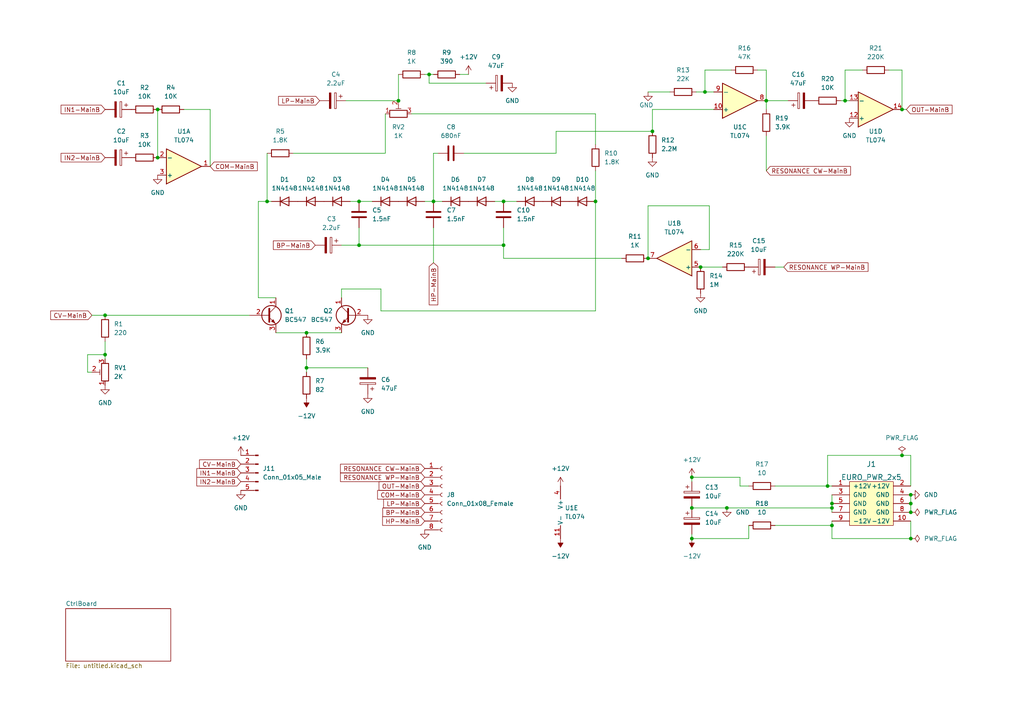
<source format=kicad_sch>
(kicad_sch (version 20211123) (generator eeschema)
  (paper "A4")
  (lib_symbols
    (symbol "Amplifier_Operational:TL074" (pin_names (offset 0.127))
      (property "Reference" "U" (at 0 5.08 0))
      (property "Value" "TL074" (at 0 -5.08 0))
      (symbol "TL074_1_1"
        (polyline (pts (xy -5.08 5.08) (xy 5.08 0) (xy -5.08 -5.08) (xy -5.08 5.08)) (stroke (width 0.254)) (fill (type background)))
        (pin output line (at 7.62 0 180) (length 2.54) (name "~") (number "1"))
        (pin input line (at -7.62 -2.54 0) (length 2.54) (name "-") (number "2"))
        (pin input line (at -7.62 2.54 0) (length 2.54) (name "+") (number "3"))
      )
      (symbol "TL074_2_1"
        (polyline (pts (xy -5.08 5.08) (xy 5.08 0) (xy -5.08 -5.08) (xy -5.08 5.08)) (stroke (width 0.254)) (fill (type background)))
        (pin input line (at -7.62 2.54 0) (length 2.54) (name "+") (number "5"))
        (pin input line (at -7.62 -2.54 0) (length 2.54) (name "-") (number "6"))
        (pin output line (at 7.62 0 180) (length 2.54) (name "~") (number "7"))
      )
      (symbol "TL074_3_1"
        (polyline (pts (xy -5.08 5.08) (xy 5.08 0) (xy -5.08 -5.08) (xy -5.08 5.08)) (stroke (width 0.254)) (fill (type background)))
        (pin input line (at -7.62 2.54 0) (length 2.54) (name "+") (number "10"))
        (pin output line (at 7.62 0 180) (length 2.54) (name "~") (number "8"))
        (pin input line (at -7.62 -2.54 0) (length 2.54) (name "-") (number "9"))
      )
      (symbol "TL074_4_1"
        (polyline (pts (xy -5.08 5.08) (xy 5.08 0) (xy -5.08 -5.08) (xy -5.08 5.08)) (stroke (width 0.254)) (fill (type background)))
        (pin input line (at -7.62 2.54 0) (length 2.54) (name "+") (number "12"))
        (pin input line (at -7.62 -2.54 0) (length 2.54) (name "-") (number "13"))
        (pin output line (at 7.62 0 180) (length 2.54) (name "~") (number "14"))
      )
      (symbol "TL074_5_1"
        (pin power_in line (at -2.54 -7.62 90) (length 3.81) (name "V-") (number "11"))
        (pin power_in line (at -2.54 7.62 270) (length 3.81) (name "V+") (number "4"))
      )
    )
    (symbol "Connector:Conn_01x05_Male" (pin_names (offset 1.016) hide)
      (property "Reference" "J" (at 0 7.62 0))
      (property "Value" "Conn_01x05_Male" (at 0 -7.62 0))
      (symbol "Conn_01x05_Male_1_1"
        (polyline (pts (xy 1.27 -5.08) (xy 0.8636 -5.08)) (stroke (width 0.1524)))
        (polyline (pts (xy 1.27 -2.54) (xy 0.8636 -2.54)) (stroke (width 0.1524)))
        (polyline (pts (xy 1.27 0) (xy 0.8636 0)) (stroke (width 0.1524)))
        (polyline (pts (xy 1.27 2.54) (xy 0.8636 2.54)) (stroke (width 0.1524)))
        (polyline (pts (xy 1.27 5.08) (xy 0.8636 5.08)) (stroke (width 0.1524)))
        (rectangle (start 0.8636 -4.953) (end 0 -5.207) (stroke (width 0.1524)) (fill (type outline)))
        (rectangle (start 0.8636 -2.413) (end 0 -2.667) (stroke (width 0.1524)) (fill (type outline)))
        (rectangle (start 0.8636 0.127) (end 0 -0.127) (stroke (width 0.1524)) (fill (type outline)))
        (rectangle (start 0.8636 2.667) (end 0 2.413) (stroke (width 0.1524)) (fill (type outline)))
        (rectangle (start 0.8636 5.207) (end 0 4.953) (stroke (width 0.1524)) (fill (type outline)))
        (pin passive line (at 5.08 5.08 180) (length 3.81) (name "Pin_1") (number "1"))
        (pin passive line (at 5.08 2.54 180) (length 3.81) (name "Pin_2") (number "2"))
        (pin passive line (at 5.08 0 180) (length 3.81) (name "Pin_3") (number "3"))
        (pin passive line (at 5.08 -2.54 180) (length 3.81) (name "Pin_4") (number "4"))
        (pin passive line (at 5.08 -5.08 180) (length 3.81) (name "Pin_5") (number "5"))
      )
    )
    (symbol "Connector:Conn_01x08_Female" (pin_names (offset 1.016) hide)
      (property "Reference" "J" (at 0 10.16 0))
      (property "Value" "Conn_01x08_Female" (at 0 -12.7 0))
      (symbol "Conn_01x08_Female_1_1"
        (arc (start 0 -9.652) (mid -0.508 -10.16) (end 0 -10.668) (stroke (width 0.1524)))
        (arc (start 0 -7.112) (mid -0.508 -7.62) (end 0 -8.128) (stroke (width 0.1524)))
        (arc (start 0 -4.572) (mid -0.508 -5.08) (end 0 -5.588) (stroke (width 0.1524)))
        (arc (start 0 -2.032) (mid -0.508 -2.54) (end 0 -3.048) (stroke (width 0.1524)))
        (polyline (pts (xy -1.27 -10.16) (xy -0.508 -10.16)) (stroke (width 0.1524)))
        (polyline (pts (xy -1.27 -7.62) (xy -0.508 -7.62)) (stroke (width 0.1524)))
        (polyline (pts (xy -1.27 -5.08) (xy -0.508 -5.08)) (stroke (width 0.1524)))
        (polyline (pts (xy -1.27 -2.54) (xy -0.508 -2.54)) (stroke (width 0.1524)))
        (polyline (pts (xy -1.27 0) (xy -0.508 0)) (stroke (width 0.1524)))
        (polyline (pts (xy -1.27 2.54) (xy -0.508 2.54)) (stroke (width 0.1524)))
        (polyline (pts (xy -1.27 5.08) (xy -0.508 5.08)) (stroke (width 0.1524)))
        (polyline (pts (xy -1.27 7.62) (xy -0.508 7.62)) (stroke (width 0.1524)))
        (arc (start 0 0.508) (mid -0.508 0) (end 0 -0.508) (stroke (width 0.1524)))
        (arc (start 0 3.048) (mid -0.508 2.54) (end 0 2.032) (stroke (width 0.1524)))
        (arc (start 0 5.588) (mid -0.508 5.08) (end 0 4.572) (stroke (width 0.1524)))
        (arc (start 0 8.128) (mid -0.508 7.62) (end 0 7.112) (stroke (width 0.1524)))
        (pin passive line (at -5.08 7.62 0) (length 3.81) (name "Pin_1") (number "1"))
        (pin passive line (at -5.08 5.08 0) (length 3.81) (name "Pin_2") (number "2"))
        (pin passive line (at -5.08 2.54 0) (length 3.81) (name "Pin_3") (number "3"))
        (pin passive line (at -5.08 0 0) (length 3.81) (name "Pin_4") (number "4"))
        (pin passive line (at -5.08 -2.54 0) (length 3.81) (name "Pin_5") (number "5"))
        (pin passive line (at -5.08 -5.08 0) (length 3.81) (name "Pin_6") (number "6"))
        (pin passive line (at -5.08 -7.62 0) (length 3.81) (name "Pin_7") (number "7"))
        (pin passive line (at -5.08 -10.16 0) (length 3.81) (name "Pin_8") (number "8"))
      )
    )
    (symbol "Device:C" (pin_numbers hide) (pin_names (offset 0.254))
      (property "Reference" "C" (at 0.635 2.54 0))
      (property "Value" "C" (at 0.635 -2.54 0))
      (symbol "C_0_1"
        (polyline (pts (xy -2.032 -0.762) (xy 2.032 -0.762)) (stroke (width 0.508)))
        (polyline (pts (xy -2.032 0.762) (xy 2.032 0.762)) (stroke (width 0.508)))
      )
      (symbol "C_1_1"
        (pin passive line (at 0 3.81 270) (length 2.794) (name "~") (number "1"))
        (pin passive line (at 0 -3.81 90) (length 2.794) (name "~") (number "2"))
      )
    )
    (symbol "Device:C_Polarized" (pin_numbers hide) (pin_names (offset 0.254))
      (property "Reference" "C" (at 0.635 2.54 0))
      (property "Value" "C_Polarized" (at 0.635 -2.54 0))
      (symbol "C_Polarized_0_1"
        (rectangle (start -2.286 0.508) (end 2.286 1.016))
        (polyline (pts (xy -1.778 2.286) (xy -0.762 2.286)))
        (polyline (pts (xy -1.27 2.794) (xy -1.27 1.778)))
        (rectangle (start 2.286 -0.508) (end -2.286 -1.016) (fill (type outline)))
      )
      (symbol "C_Polarized_1_1"
        (pin passive line (at 0 3.81 270) (length 2.794) (name "~") (number "1"))
        (pin passive line (at 0 -3.81 90) (length 2.794) (name "~") (number "2"))
      )
    )
    (symbol "Device:R" (pin_numbers hide) (pin_names (offset 0))
      (property "Reference" "R" (at 2.032 0 90))
      (property "Value" "R" (at 0 0 90))
      (symbol "R_0_1"
        (rectangle (start -1.016 -2.54) (end 1.016 2.54) (stroke (width 0.254)))
      )
      (symbol "R_1_1"
        (pin passive line (at 0 3.81 270) (length 1.27) (name "~") (number "1"))
        (pin passive line (at 0 -3.81 90) (length 1.27) (name "~") (number "2"))
      )
    )
    (symbol "Device:R_Potentiometer_Trim" (pin_names (offset 1.016) hide)
      (property "Reference" "RV" (at -4.445 0 90))
      (property "Value" "R_Potentiometer_Trim" (at -2.54 0 90))
      (symbol "R_Potentiometer_Trim_0_1"
        (polyline (pts (xy 1.524 0.762) (xy 1.524 -0.762)))
        (polyline (pts (xy 2.54 0) (xy 1.524 0)))
        (rectangle (start 1.016 2.54) (end -1.016 -2.54) (stroke (width 0.254)))
      )
      (symbol "R_Potentiometer_Trim_1_1"
        (pin passive line (at 0 3.81 270) (length 1.27) (name "1") (number "1"))
        (pin passive line (at 3.81 0 180) (length 1.27) (name "2") (number "2"))
        (pin passive line (at 0 -3.81 90) (length 1.27) (name "3") (number "3"))
      )
    )
    (symbol "Diode:1N4148" (pin_numbers hide) (pin_names hide)
      (property "Reference" "D" (at 0 2.54 0))
      (property "Value" "1N4148" (at 0 -2.54 0))
      (symbol "1N4148_0_1"
        (polyline (pts (xy -1.27 1.27) (xy -1.27 -1.27)) (stroke (width 0.254)))
        (polyline (pts (xy 1.27 0) (xy -1.27 0)))
        (polyline (pts (xy 1.27 1.27) (xy 1.27 -1.27) (xy -1.27 0) (xy 1.27 1.27)) (stroke (width 0.254)))
      )
      (symbol "1N4148_1_1"
        (pin passive line (at -3.81 0 0) (length 2.54) (name "K") (number "1"))
        (pin passive line (at 3.81 0 180) (length 2.54) (name "A") (number "2"))
      )
    )
    (symbol "Transistor_BJT:BC547" (pin_names (offset 0) hide)
      (property "Reference" "Q" (at 5.08 1.905 0))
      (property "Value" "BC547" (at 5.08 0 0))
      (symbol "BC547_0_1"
        (polyline (pts (xy 0 0) (xy 0.635 0)))
        (polyline (pts (xy 0.635 0.635) (xy 2.54 2.54)))
        (polyline (pts (xy 0.635 -0.635) (xy 2.54 -2.54) (xy 2.54 -2.54)))
        (polyline (pts (xy 0.635 1.905) (xy 0.635 -1.905) (xy 0.635 -1.905)) (stroke (width 0.508)))
        (polyline (pts (xy 1.27 -1.778) (xy 1.778 -1.27) (xy 2.286 -2.286) (xy 1.27 -1.778) (xy 1.27 -1.778)) (fill (type outline)))
        (circle (center 1.27 0) (radius 2.8194) (stroke (width 0.254)))
      )
      (symbol "BC547_1_1"
        (pin passive line (at 2.54 5.08 270) (length 2.54) (name "C") (number "1"))
        (pin input line (at -5.08 0 0) (length 5.08) (name "B") (number "2"))
        (pin passive line (at 2.54 -5.08 90) (length 2.54) (name "E") (number "3"))
      )
    )
    (symbol "eurorack:EURO_PWR_2x5" (pin_names (offset 1.016))
      (property "Reference" "J" (at 0 -7.62 0))
      (property "Value" "EURO_PWR_2x5" (at 0 7.62 0))
      (symbol "EURO_PWR_2x5_0_1"
        (rectangle (start -6.35 6.35) (end 6.35 -6.35) (fill (type background)))
      )
      (symbol "EURO_PWR_2x5_1_1"
        (pin power_in line (at -11.43 5.08 0) (length 5.08) (name "+12V") (number "1"))
        (pin power_in line (at 11.43 -5.08 180) (length 5.08) (name "-12V") (number "10"))
        (pin power_in line (at 11.43 5.08 180) (length 5.08) (name "+12V") (number "2"))
        (pin power_in line (at -11.43 2.54 0) (length 5.08) (name "GND") (number "3"))
        (pin power_in line (at 11.43 2.54 180) (length 5.08) (name "GND") (number "4"))
        (pin power_in line (at -11.43 0 0) (length 5.08) (name "GND") (number "5"))
        (pin power_in line (at 11.43 0 180) (length 5.08) (name "GND") (number "6"))
        (pin power_in line (at -11.43 -2.54 0) (length 5.08) (name "GND") (number "7"))
        (pin power_in line (at 11.43 -2.54 180) (length 5.08) (name "GND") (number "8"))
        (pin power_in line (at -11.43 -5.08 0) (length 5.08) (name "-12V") (number "9"))
      )
    )
    (symbol "power:+12V" (power) (pin_names (offset 0))
      (property "Value" "+12V" (at 0 3.556 0))
      (symbol "+12V_0_1"
        (polyline (pts (xy -0.762 1.27) (xy 0 2.54)))
        (polyline (pts (xy 0 0) (xy 0 2.54)))
        (polyline (pts (xy 0 2.54) (xy 0.762 1.27)))
      )
      (symbol "+12V_1_1"
        (pin power_in line (at 0 0 90) (length 0) hide (name "+12V") (number "1"))
      )
    )
    (symbol "power:-12V" (power) (pin_names (offset 0))
      (property "Value" "-12V" (at 0 3.81 0))
      (symbol "-12V_0_0"
        (pin power_in line (at 0 0 90) (length 0) hide (name "-12V") (number "1"))
      )
      (symbol "-12V_0_1"
        (polyline (pts (xy 0 0) (xy 0 1.27) (xy 0.762 1.27) (xy 0 2.54) (xy -0.762 1.27) (xy 0 1.27)) (fill (type outline)))
      )
    )
    (symbol "power:GND" (power) (pin_names (offset 0))
      (property "Value" "GND" (at 0 -3.81 0))
      (symbol "GND_0_1"
        (polyline (pts (xy 0 0) (xy 0 -1.27) (xy 1.27 -1.27) (xy 0 -2.54) (xy -1.27 -1.27) (xy 0 -1.27)))
      )
      (symbol "GND_1_1"
        (pin power_in line (at 0 0 270) (length 0) hide (name "GND") (number "1"))
      )
    )
    (symbol "power:PWR_FLAG" (power) (pin_numbers hide) (pin_names (offset 0) hide)
      (property "Value" "PWR_FLAG" (at 0 3.81 0))
      (symbol "PWR_FLAG_0_0"
        (pin power_out line (at 0 0 90) (length 0) (name "pwr") (number "1"))
      )
      (symbol "PWR_FLAG_0_1"
        (polyline (pts (xy 0 0) (xy 0 1.27) (xy -1.016 1.905) (xy 0 2.54) (xy 1.016 1.905) (xy 0 1.27)))
      )
    )
  )
  (junction (at 261.62 132.08))
  (junction (at 77.47 58.42))
  (junction (at 104.14 71.12))
  (junction (at 200.66 147.32))
  (junction (at 241.3 146.05))
  (junction (at 88.9 106.68))
  (junction (at 104.14 58.42))
  (junction (at 125.73 58.42))
  (junction (at 146.05 71.12))
  (junction (at 200.66 138.43))
  (junction (at 241.3 152.4))
  (junction (at 189.23 38.1))
  (junction (at 45.72 45.72))
  (junction (at 124.46 21.59))
  (junction (at 172.72 58.42))
  (junction (at 88.9 96.52))
  (junction (at 204.47 26.67))
  (junction (at 45.72 31.75))
  (junction (at 203.2 77.47))
  (junction (at 200.66 156.21))
  (junction (at 222.25 29.21))
  (junction (at 210.82 147.32))
  (junction (at 115.57 29.21))
  (junction (at 30.48 91.44))
  (junction (at 264.16 146.05))
  (junction (at 146.05 58.42))
  (junction (at 264.16 143.51))
  (junction (at 264.16 148.59))
  (junction (at 261.62 31.75))
  (junction (at 264.16 156.21))
  (junction (at 240.03 140.97))
  (junction (at 241.3 147.32))
  (junction (at 245.11 29.21))
  (junction (at 30.48 102.87))
  (junction (at 187.96 74.93))
  (wire (pts (xy 200.66 156.21) (xy 217.17 156.21)))
  (wire (pts (xy 240.03 132.08) (xy 261.62 132.08)))
  (wire (pts (xy 201.93 26.67) (xy 204.47 26.67)))
  (wire (pts (xy 204.47 20.32) (xy 204.47 26.67)))
  (wire (pts (xy 257.81 20.32) (xy 261.62 20.32)))
  (wire (pts (xy 124.46 21.59) (xy 124.46 24.13)))
  (wire (pts (xy 214.63 140.97) (xy 214.63 138.43)))
  (wire (pts (xy 241.3 151.13) (xy 241.3 152.4)))
  (wire (pts (xy 261.62 20.32) (xy 261.62 31.75)))
  (wire (pts (xy 187.96 26.67) (xy 194.31 26.67)))
  (wire (pts (xy 26.67 107.95) (xy 25.4 107.95)))
  (wire (pts (xy 245.11 29.21) (xy 246.38 29.21)))
  (wire (pts (xy 30.48 99.06) (xy 30.48 102.87)))
  (wire (pts (xy 133.35 21.59) (xy 135.89 21.59)))
  (wire (pts (xy 217.17 156.21) (xy 217.17 152.4)))
  (wire (pts (xy 172.72 33.02) (xy 119.38 33.02)))
  (wire (pts (xy 243.84 29.21) (xy 245.11 29.21)))
  (wire (pts (xy 212.09 20.32) (xy 204.47 20.32)))
  (wire (pts (xy 219.71 20.32) (xy 222.25 20.32)))
  (wire (pts (xy 172.72 49.53) (xy 172.72 58.42)))
  (wire (pts (xy 111.76 44.45) (xy 111.76 33.02)))
  (wire (pts (xy 143.51 58.42) (xy 146.05 58.42)))
  (wire (pts (xy 80.01 96.52) (xy 88.9 96.52)))
  (wire (pts (xy 240.03 132.08) (xy 240.03 140.97)))
  (wire (pts (xy 222.25 29.21) (xy 222.25 31.75)))
  (wire (pts (xy 172.72 90.17) (xy 110.49 90.17)))
  (wire (pts (xy 222.25 29.21) (xy 228.6 29.21)))
  (wire (pts (xy 146.05 74.93) (xy 146.05 71.12)))
  (wire (pts (xy 172.72 41.91) (xy 172.72 33.02)))
  (wire (pts (xy 241.3 146.05) (xy 241.3 147.32)))
  (wire (pts (xy 205.74 72.39) (xy 205.74 59.69)))
  (wire (pts (xy 203.2 77.47) (xy 209.55 77.47)))
  (wire (pts (xy 123.19 58.42) (xy 125.73 58.42)))
  (wire (pts (xy 30.48 91.44) (xy 72.39 91.44)))
  (wire (pts (xy 80.01 86.36) (xy 74.93 86.36)))
  (wire (pts (xy 161.29 44.45) (xy 161.29 38.1)))
  (wire (pts (xy 125.73 76.2) (xy 125.73 66.04)))
  (wire (pts (xy 124.46 21.59) (xy 125.73 21.59)))
  (wire (pts (xy 241.3 140.97) (xy 240.03 140.97)))
  (wire (pts (xy 204.47 26.67) (xy 207.01 26.67)))
  (wire (pts (xy 200.66 138.43) (xy 200.66 139.7)))
  (wire (pts (xy 60.96 31.75) (xy 60.96 48.26)))
  (wire (pts (xy 222.25 39.37) (xy 222.25 49.53)))
  (wire (pts (xy 99.06 83.82) (xy 99.06 86.36)))
  (wire (pts (xy 104.14 58.42) (xy 107.95 58.42)))
  (wire (pts (xy 127 44.45) (xy 125.73 44.45)))
  (wire (pts (xy 214.63 138.43) (xy 200.66 138.43)))
  (wire (pts (xy 250.19 20.32) (xy 245.11 20.32)))
  (wire (pts (xy 146.05 71.12) (xy 104.14 71.12)))
  (wire (pts (xy 77.47 58.42) (xy 78.74 58.42)))
  (wire (pts (xy 264.16 146.05) (xy 264.16 148.59)))
  (wire (pts (xy 210.82 147.32) (xy 241.3 147.32)))
  (wire (pts (xy 45.72 31.75) (xy 45.72 45.72)))
  (wire (pts (xy 123.19 21.59) (xy 124.46 21.59)))
  (wire (pts (xy 264.16 143.51) (xy 264.16 146.05)))
  (wire (pts (xy 88.9 104.14) (xy 88.9 106.68)))
  (wire (pts (xy 88.9 96.52) (xy 99.06 96.52)))
  (wire (pts (xy 222.25 20.32) (xy 222.25 29.21)))
  (wire (pts (xy 180.34 74.93) (xy 146.05 74.93)))
  (wire (pts (xy 241.3 152.4) (xy 241.3 156.21)))
  (wire (pts (xy 74.93 86.36) (xy 74.93 58.42)))
  (wire (pts (xy 125.73 58.42) (xy 128.27 58.42)))
  (wire (pts (xy 26.67 91.44) (xy 30.48 91.44)))
  (wire (pts (xy 189.23 31.75) (xy 189.23 38.1)))
  (wire (pts (xy 104.14 66.04) (xy 104.14 71.12)))
  (wire (pts (xy 264.16 156.21) (xy 264.16 151.13)))
  (wire (pts (xy 88.9 106.68) (xy 106.68 106.68)))
  (wire (pts (xy 104.14 71.12) (xy 99.06 71.12)))
  (wire (pts (xy 245.11 20.32) (xy 245.11 29.21)))
  (wire (pts (xy 101.6 58.42) (xy 104.14 58.42)))
  (wire (pts (xy 110.49 83.82) (xy 99.06 83.82)))
  (wire (pts (xy 85.09 44.45) (xy 111.76 44.45)))
  (wire (pts (xy 224.79 140.97) (xy 240.03 140.97)))
  (wire (pts (xy 200.66 154.94) (xy 200.66 156.21)))
  (wire (pts (xy 203.2 72.39) (xy 205.74 72.39)))
  (wire (pts (xy 25.4 107.95) (xy 25.4 102.87)))
  (wire (pts (xy 146.05 66.04) (xy 146.05 71.12)))
  (wire (pts (xy 224.79 77.47) (xy 227.33 77.47)))
  (wire (pts (xy 205.74 59.69) (xy 187.96 59.69)))
  (wire (pts (xy 140.97 24.13) (xy 124.46 24.13)))
  (wire (pts (xy 110.49 90.17) (xy 110.49 83.82)))
  (wire (pts (xy 261.62 31.75) (xy 262.89 31.75)))
  (wire (pts (xy 261.62 132.08) (xy 264.16 132.08)))
  (wire (pts (xy 30.48 102.87) (xy 30.48 104.14)))
  (wire (pts (xy 200.66 147.32) (xy 210.82 147.32)))
  (wire (pts (xy 146.05 58.42) (xy 149.86 58.42)))
  (wire (pts (xy 25.4 102.87) (xy 30.48 102.87)))
  (wire (pts (xy 115.57 21.59) (xy 115.57 29.21)))
  (wire (pts (xy 207.01 31.75) (xy 189.23 31.75)))
  (wire (pts (xy 53.34 31.75) (xy 60.96 31.75)))
  (wire (pts (xy 100.33 29.21) (xy 115.57 29.21)))
  (wire (pts (xy 134.62 44.45) (xy 161.29 44.45)))
  (wire (pts (xy 217.17 140.97) (xy 214.63 140.97)))
  (wire (pts (xy 74.93 58.42) (xy 77.47 58.42)))
  (wire (pts (xy 88.9 106.68) (xy 88.9 107.95)))
  (wire (pts (xy 172.72 58.42) (xy 172.72 90.17)))
  (wire (pts (xy 161.29 38.1) (xy 189.23 38.1)))
  (wire (pts (xy 241.3 156.21) (xy 264.16 156.21)))
  (wire (pts (xy 241.3 147.32) (xy 241.3 148.59)))
  (wire (pts (xy 224.79 152.4) (xy 241.3 152.4)))
  (wire (pts (xy 241.3 143.51) (xy 241.3 146.05)))
  (wire (pts (xy 125.73 44.45) (xy 125.73 58.42)))
  (wire (pts (xy 264.16 132.08) (xy 264.16 140.97)))
  (wire (pts (xy 77.47 44.45) (xy 77.47 58.42)))
  (wire (pts (xy 187.96 59.69) (xy 187.96 74.93)))
  (global_label "RESONANCE WP-MainB" (shape input) (at 227.33 77.47 0) (property "Références Inter-Feuilles" "${INTERSHEET_REFS}" (effects hide)))
  (global_label "CV-MainB" (shape input) (at 69.85 134.62 180) (property "Références Inter-Feuilles" "${INTERSHEET_REFS}" (effects hide)))
  (global_label "LP-MainB" (shape input) (at 123.19 146.05 180) (property "Références Inter-Feuilles" "${INTERSHEET_REFS}" (effects hide)))
  (global_label "RESONANCE WP-MainB" (shape input) (at 123.19 138.43 180) (property "Références Inter-Feuilles" "${INTERSHEET_REFS}" (effects hide)))
  (global_label "RESONANCE CW-MainB" (shape input) (at 123.19 135.89 180) (property "Références Inter-Feuilles" "${INTERSHEET_REFS}" (effects hide)))
  (global_label "COM-MainB" (shape input) (at 60.96 48.26 0) (property "Références Inter-Feuilles" "${INTERSHEET_REFS}" (effects hide)))
  (global_label "IN2-MainB" (shape input) (at 69.85 139.7 180) (property "Références Inter-Feuilles" "${INTERSHEET_REFS}" (effects hide)))
  (global_label "OUT-MainB" (shape input) (at 262.89 31.75 0) (property "Références Inter-Feuilles" "${INTERSHEET_REFS}" (effects hide)))
  (global_label "COM-MainB" (shape input) (at 123.19 143.51 180) (property "Références Inter-Feuilles" "${INTERSHEET_REFS}" (effects hide)))
  (global_label "BP-MainB" (shape input) (at 123.19 148.59 180) (property "Références Inter-Feuilles" "${INTERSHEET_REFS}" (effects hide)))
  (global_label "OUT-MainB" (shape input) (at 123.19 140.97 180) (property "Références Inter-Feuilles" "${INTERSHEET_REFS}" (effects hide)))
  (global_label "BP-MainB" (shape input) (at 91.44 71.12 180) (property "Références Inter-Feuilles" "${INTERSHEET_REFS}" (effects hide)))
  (global_label "LP-MainB" (shape input) (at 92.71 29.21 180) (property "Références Inter-Feuilles" "${INTERSHEET_REFS}" (effects hide)))
  (global_label "HP-MainB" (shape input) (at 123.19 151.13 180) (property "Références Inter-Feuilles" "${INTERSHEET_REFS}" (effects hide)))
  (global_label "IN1-MainB" (shape input) (at 30.48 31.75 180) (property "Références Inter-Feuilles" "${INTERSHEET_REFS}" (effects hide)))
  (global_label "HP-MainB" (shape input) (at 125.73 76.2 270) (property "Références Inter-Feuilles" "${INTERSHEET_REFS}" (effects hide)))
  (global_label "RESONANCE CW-MainB" (shape input) (at 222.25 49.53 0) (property "Références Inter-Feuilles" "${INTERSHEET_REFS}" (effects hide)))
  (global_label "IN1-MainB" (shape input) (at 69.85 137.16 180) (property "Références Inter-Feuilles" "${INTERSHEET_REFS}" (effects hide)))
  (global_label "IN2-MainB" (shape input) (at 30.48 45.72 180) (property "Références Inter-Feuilles" "${INTERSHEET_REFS}" (effects hide)))
  (global_label "CV-MainB" (shape input) (at 26.67 91.44 180) (property "Références Inter-Feuilles" "${INTERSHEET_REFS}" (effects hide)))
  (symbol (lib_id "power:GND") (at 123.19 153.67 0) (unit 1)
    (property "Reference" "#PWR033" (effects hide))
    (property "Value" "GND" (at 123.19 158.75 0))
  )
  (symbol (lib_id "power:+12V") (at 135.89 21.59 0) (unit 1)
    (property "Reference" "#PWR06" (effects hide))
    (property "Value" "+12V" (at 135.89 16.51 0))
  )
  (symbol (lib_id "Device:R") (at 172.72 45.72 180) (unit 1)
    (property "Reference" "R10" (at 175.26 44.4499 0) (effects (justify right)))
    (property "Value" "1.8K" (at 175.26 46.9899 0) (effects (justify right)))
    (property "Footprint" "Resistor_THT:R_Axial_DIN0207_L6.3mm_D2.5mm_P5.08mm_Vertical" (effects hide))
  )
  (symbol (lib_id "Device:R") (at 220.98 140.97 90) (unit 1)
    (property "Reference" "R17" (at 220.98 134.62 90))
    (property "Value" "10" (at 220.98 137.16 90))
    (property "Footprint" "Resistor_THT:R_Axial_DIN0207_L6.3mm_D2.5mm_P5.08mm_Vertical" (effects hide))
  )
  (symbol (lib_id "Diode:1N4148") (at 153.67 58.42 0) (unit 1)
    (property "Reference" "D8" (at 153.67 52.07 0))
    (property "Value" "1N4148" (at 153.67 54.61 0))
    (property "Footprint" "Diode_THT:D_DO-35_SOD27_P7.62mm_Horizontal" (effects hide))
    (property "Datasheet" "https://assets.nexperia.com/documents/data-sheet/1N4148_1N4448.pdf" (effects hide))
  )
  (symbol (lib_id "Device:R") (at 198.12 26.67 90) (unit 1)
    (property "Reference" "R13" (at 198.12 20.32 90))
    (property "Value" "22K" (at 198.12 22.86 90))
    (property "Footprint" "Resistor_THT:R_Axial_DIN0207_L6.3mm_D2.5mm_P5.08mm_Vertical" (effects hide))
  )
  (symbol (lib_id "power:GND") (at 106.68 114.3 0) (unit 1)
    (property "Reference" "#PWR05" (effects hide))
    (property "Value" "GND" (at 106.68 119.38 0))
  )
  (symbol (lib_id "Diode:1N4148") (at 168.91 58.42 0) (unit 1)
    (property "Reference" "D10" (at 168.91 52.07 0))
    (property "Value" "1N4148" (at 168.91 54.61 0))
    (property "Footprint" "Diode_THT:D_DO-35_SOD27_P7.62mm_Horizontal" (effects hide))
    (property "Datasheet" "https://assets.nexperia.com/documents/data-sheet/1N4148_1N4448.pdf" (effects hide))
  )
  (symbol (lib_id "Connector:Conn_01x08_Female") (at 128.27 143.51 0) (unit 1)
    (property "Reference" "J8" (at 129.54 143.5099 0) (effects (justify left)))
    (property "Value" "Conn_01x08_Female" (at 129.54 146.0499 0) (effects (justify left)))
    (property "Footprint" "Connector_PinHeader_2.54mm:PinHeader_1x08_P2.54mm_Vertical" (effects hide))
  )
  (symbol (lib_id "Device:C_Polarized") (at 96.52 29.21 270) (unit 1)
    (property "Reference" "C4" (at 97.409 21.59 90))
    (property "Value" "2.2uF" (at 97.409 24.13 90))
    (property "Footprint" "Capacitor_THT:CP_Radial_D5.0mm_P2.00mm" (effects hide))
  )
  (symbol (lib_id "power:GND") (at 246.38 34.29 0) (unit 1)
    (property "Reference" "#PWR018" (effects hide))
    (property "Value" "GND" (at 246.38 39.37 0))
  )
  (symbol (lib_id "power:PWR_FLAG") (at 261.62 132.08 0) (unit 1)
    (property "Reference" "#FLG01" (effects hide))
    (property "Value" "PWR_FLAG" (at 261.62 127 0))
  )
  (symbol (lib_id "power:+12V") (at 200.66 138.43 0) (unit 1)
    (property "Reference" "#PWR014" (effects hide))
    (property "Value" "+12V" (at 200.66 133.35 0))
  )
  (symbol (lib_id "power:+12V") (at 162.56 140.97 0) (unit 1)
    (property "Reference" "#PWR08" (effects hide))
    (property "Value" "+12V" (at 162.56 135.89 0))
  )
  (symbol (lib_id "Device:R_Potentiometer_Trim") (at 30.48 107.95 180) (unit 1)
    (property "Reference" "RV1" (at 33.02 106.6799 0) (effects (justify right)))
    (property "Value" "2K" (at 33.02 109.2199 0) (effects (justify right)))
    (property "Footprint" "Potentiometer_THT:Potentiometer_Bourns_3266Y_Vertical" (effects hide))
  )
  (symbol (lib_id "Transistor_BJT:BC547") (at 77.47 91.44 0) (unit 1)
    (property "Reference" "Q1" (at 82.55 90.1699 0) (effects (justify left)))
    (property "Value" "BC547" (at 82.55 92.7099 0) (effects (justify left)))
    (property "Footprint" "Package_TO_SOT_THT:TO-92_HandSolder" (effects hide))
    (property "Datasheet" "https://www.onsemi.com/pub/Collateral/BC550-D.pdf" (effects hide))
  )
  (symbol (lib_id "Device:C_Polarized") (at 200.66 151.13 0) (unit 1)
    (property "Reference" "C14" (at 204.47 148.9709 0) (effects (justify left)))
    (property "Value" "10uF" (at 204.47 151.5109 0) (effects (justify left)))
    (property "Footprint" "Capacitor_THT:CP_Radial_D5.0mm_P2.00mm" (effects hide))
  )
  (symbol (lib_id "Diode:1N4148") (at 82.55 58.42 0) (unit 1)
    (property "Reference" "D1" (at 82.55 52.07 0))
    (property "Value" "1N4148" (at 82.55 54.61 0))
    (property "Footprint" "Diode_THT:D_DO-35_SOD27_P7.62mm_Horizontal" (effects hide))
    (property "Datasheet" "https://assets.nexperia.com/documents/data-sheet/1N4148_1N4448.pdf" (effects hide))
  )
  (symbol (lib_id "Device:C_Polarized") (at 95.25 71.12 270) (unit 1)
    (property "Reference" "C3" (at 96.139 63.5 90))
    (property "Value" "2.2uF" (at 96.139 66.04 90))
    (property "Footprint" "Capacitor_THT:CP_Radial_D5.0mm_P2.00mm" (effects hide))
  )
  (symbol (lib_id "power:GND") (at 210.82 147.32 0) (unit 1)
    (property "Reference" "#PWR017" (effects hide))
    (property "Value" "GND" (at 213.36 148.5899 0) (effects (justify left)))
  )
  (symbol (lib_id "Device:C_Polarized") (at 34.29 45.72 270) (unit 1)
    (property "Reference" "C2" (at 35.179 38.1 90))
    (property "Value" "10uF" (at 35.179 40.64 90))
    (property "Footprint" "Capacitor_THT:CP_Radial_D5.0mm_P2.00mm" (effects hide))
  )
  (symbol (lib_id "Diode:1N4148") (at 119.38 58.42 0) (unit 1)
    (property "Reference" "D5" (at 119.38 52.07 0))
    (property "Value" "1N4148" (at 119.38 54.61 0))
    (property "Footprint" "Diode_THT:D_DO-35_SOD27_P7.62mm_Horizontal" (effects hide))
    (property "Datasheet" "https://assets.nexperia.com/documents/data-sheet/1N4148_1N4448.pdf" (effects hide))
  )
  (symbol (lib_id "power:GND") (at 45.72 50.8 0) (unit 1)
    (property "Reference" "#PWR02" (effects hide))
    (property "Value" "GND" (at 45.72 55.88 0))
  )
  (symbol (lib_id "Device:R") (at 41.91 31.75 90) (unit 1)
    (property "Reference" "R2" (at 41.91 25.4 90))
    (property "Value" "10K" (at 41.91 27.94 90))
    (property "Footprint" "Resistor_THT:R_Axial_DIN0207_L6.3mm_D2.5mm_P5.08mm_Vertical" (effects hide))
  )
  (symbol (lib_id "power:GND") (at 189.23 45.72 0) (unit 1)
    (property "Reference" "#PWR013" (effects hide))
    (property "Value" "GND" (at 189.23 50.8 0))
  )
  (symbol (lib_id "Amplifier_Operational:TL074") (at 53.34 48.26 0) (mirror x) (unit 1)
    (property "Reference" "U1" (at 53.34 38.1 0))
    (property "Value" "TL074" (at 53.34 40.64 0))
    (property "Footprint" "Package_DIP:DIP-14_W7.62mm_LongPads" (effects hide))
    (property "Datasheet" "http://www.ti.com/lit/ds/symlink/tl071.pdf" (effects hide))
  )
  (symbol (lib_id "power:GND") (at 187.96 26.67 0) (unit 1)
    (property "Reference" "#PWR012" (effects hide))
    (property "Value" "GND" (at 185.42 30.48 0) (effects (justify left)))
  )
  (symbol (lib_id "Device:R") (at 88.9 111.76 180) (unit 1)
    (property "Reference" "R7" (at 91.44 110.4899 0) (effects (justify right)))
    (property "Value" "82" (at 91.44 113.0299 0) (effects (justify right)))
    (property "Footprint" "Resistor_THT:R_Axial_DIN0207_L6.3mm_D2.5mm_P5.08mm_Vertical" (effects hide))
  )
  (symbol (lib_id "power:GND") (at 148.59 24.13 0) (unit 1)
    (property "Reference" "#PWR07" (effects hide))
    (property "Value" "GND" (at 148.59 29.21 0))
  )
  (symbol (lib_id "Device:R") (at 41.91 45.72 90) (unit 1)
    (property "Reference" "R3" (at 41.91 39.37 90))
    (property "Value" "10K" (at 41.91 41.91 90))
    (property "Footprint" "Resistor_THT:R_Axial_DIN0207_L6.3mm_D2.5mm_P5.08mm_Vertical" (effects hide))
  )
  (symbol (lib_id "power:GND") (at 69.85 142.24 0) (unit 1)
    (property "Reference" "#PWR011" (effects hide))
    (property "Value" "GND" (at 69.85 147.32 0))
  )
  (symbol (lib_id "Device:C_Polarized") (at 200.66 143.51 0) (unit 1)
    (property "Reference" "C13" (at 204.47 141.3509 0) (effects (justify left)))
    (property "Value" "10uF" (at 204.47 143.8909 0) (effects (justify left)))
    (property "Footprint" "Capacitor_THT:CP_Radial_D5.0mm_P2.00mm" (effects hide))
  )
  (symbol (lib_id "Amplifier_Operational:TL074") (at 214.63 29.21 0) (mirror x) (unit 3)
    (property "Reference" "U1" (at 214.63 36.83 0))
    (property "Value" "TL074" (at 214.63 39.37 0))
    (property "Footprint" "Package_DIP:DIP-14_W7.62mm_LongPads" (effects hide))
    (property "Datasheet" "http://www.ti.com/lit/ds/symlink/tl071.pdf" (effects hide))
  )
  (symbol (lib_id "Device:C_Polarized") (at 232.41 29.21 90) (unit 1)
    (property "Reference" "C16" (at 231.521 21.59 90))
    (property "Value" "47uF" (at 231.521 24.13 90))
    (property "Footprint" "Capacitor_THT:CP_Radial_D5.0mm_P2.00mm" (effects hide))
  )
  (symbol (lib_id "Device:R") (at 119.38 21.59 90) (unit 1)
    (property "Reference" "R8" (at 119.38 15.24 90))
    (property "Value" "1K" (at 119.38 17.78 90))
    (property "Footprint" "Resistor_THT:R_Axial_DIN0207_L6.3mm_D2.5mm_P5.08mm_Vertical" (effects hide))
  )
  (symbol (lib_id "power:GND") (at 106.68 91.44 0) (unit 1)
    (property "Reference" "#PWR04" (effects hide))
    (property "Value" "GND" (at 106.68 96.52 0))
  )
  (symbol (lib_id "Device:R") (at 129.54 21.59 90) (unit 1)
    (property "Reference" "R9" (at 129.54 15.24 90))
    (property "Value" "390" (at 129.54 17.78 90))
    (property "Footprint" "Resistor_THT:R_Axial_DIN0207_L6.3mm_D2.5mm_P5.08mm_Vertical" (effects hide))
  )
  (symbol (lib_id "Device:C_Polarized") (at 220.98 77.47 90) (unit 1)
    (property "Reference" "C15" (at 220.091 69.85 90))
    (property "Value" "10uF" (at 220.091 72.39 90))
    (property "Footprint" "Capacitor_THT:CP_Radial_D5.0mm_P2.00mm" (effects hide))
  )
  (symbol (lib_id "Amplifier_Operational:TL074") (at 254 31.75 0) (mirror x) (unit 4)
    (property "Reference" "U1" (at 254 38.1 0))
    (property "Value" "TL074" (at 254 40.64 0))
    (property "Footprint" "Package_DIP:DIP-14_W7.62mm_LongPads" (effects hide))
    (property "Datasheet" "http://www.ti.com/lit/ds/symlink/tl071.pdf" (effects hide))
  )
  (symbol (lib_id "power:GND") (at 203.2 85.09 0) (unit 1)
    (property "Reference" "#PWR016" (effects hide))
    (property "Value" "GND" (at 203.2 90.17 0))
  )
  (symbol (lib_id "Device:C") (at 125.73 62.23 0) (unit 1)
    (property "Reference" "C7" (at 129.54 60.9599 0) (effects (justify left)))
    (property "Value" "1.5nF" (at 129.54 63.4999 0) (effects (justify left)))
    (property "Footprint" "Capacitor_THT:C_Rect_L7.0mm_W3.5mm_P5.00mm" (effects hide))
  )
  (symbol (lib_id "power:-12V") (at 200.66 156.21 180) (unit 1)
    (property "Reference" "#PWR015" (effects hide))
    (property "Value" "-12V" (at 200.66 161.29 0))
  )
  (symbol (lib_id "Device:R") (at 240.03 29.21 90) (unit 1)
    (property "Reference" "R20" (at 240.03 22.86 90))
    (property "Value" "10K" (at 240.03 25.4 90))
    (property "Footprint" "Resistor_THT:R_Axial_DIN0207_L6.3mm_D2.5mm_P5.08mm_Vertical" (effects hide))
  )
  (symbol (lib_id "Device:R") (at 88.9 100.33 180) (unit 1)
    (property "Reference" "R6" (at 91.44 99.0599 0) (effects (justify right)))
    (property "Value" "3.9K" (at 91.44 101.5999 0) (effects (justify right)))
    (property "Footprint" "Resistor_THT:R_Axial_DIN0207_L6.3mm_D2.5mm_P5.08mm_Vertical" (effects hide))
  )
  (symbol (lib_id "Diode:1N4148") (at 90.17 58.42 0) (unit 1)
    (property "Reference" "D2" (at 90.17 52.07 0))
    (property "Value" "1N4148" (at 90.17 54.61 0))
    (property "Footprint" "Diode_THT:D_DO-35_SOD27_P7.62mm_Horizontal" (effects hide))
    (property "Datasheet" "https://assets.nexperia.com/documents/data-sheet/1N4148_1N4448.pdf" (effects hide))
  )
  (symbol (lib_id "Diode:1N4148") (at 111.76 58.42 0) (unit 1)
    (property "Reference" "D4" (at 111.76 52.07 0))
    (property "Value" "1N4148" (at 111.76 54.61 0))
    (property "Footprint" "Diode_THT:D_DO-35_SOD27_P7.62mm_Horizontal" (effects hide))
    (property "Datasheet" "https://assets.nexperia.com/documents/data-sheet/1N4148_1N4448.pdf" (effects hide))
  )
  (symbol (lib_id "Diode:1N4148") (at 132.08 58.42 0) (unit 1)
    (property "Reference" "D6" (at 132.08 52.07 0))
    (property "Value" "1N4148" (at 132.08 54.61 0))
    (property "Footprint" "Diode_THT:D_DO-35_SOD27_P7.62mm_Horizontal" (effects hide))
    (property "Datasheet" "https://assets.nexperia.com/documents/data-sheet/1N4148_1N4448.pdf" (effects hide))
  )
  (symbol (lib_id "Diode:1N4148") (at 161.29 58.42 0) (unit 1)
    (property "Reference" "D9" (at 161.29 52.07 0))
    (property "Value" "1N4148" (at 161.29 54.61 0))
    (property "Footprint" "Diode_THT:D_DO-35_SOD27_P7.62mm_Horizontal" (effects hide))
    (property "Datasheet" "https://assets.nexperia.com/documents/data-sheet/1N4148_1N4448.pdf" (effects hide))
  )
  (symbol (lib_id "Device:R") (at 189.23 41.91 180) (unit 1)
    (property "Reference" "R12" (at 191.77 40.6399 0) (effects (justify right)))
    (property "Value" "2.2M" (at 191.77 43.1799 0) (effects (justify right)))
    (property "Footprint" "Resistor_THT:R_Axial_DIN0207_L6.3mm_D2.5mm_P5.08mm_Vertical" (effects hide))
  )
  (symbol (lib_id "Device:R_Potentiometer_Trim") (at 115.57 33.02 90) (unit 1)
    (property "Reference" "RV2" (at 115.57 36.83 90))
    (property "Value" "1K" (at 115.57 39.37 90))
    (property "Footprint" "Potentiometer_THT:Potentiometer_Bourns_3266Y_Vertical" (effects hide))
  )
  (symbol (lib_id "Device:R") (at 213.36 77.47 90) (unit 1)
    (property "Reference" "R15" (at 213.36 71.12 90))
    (property "Value" "220K" (at 213.36 73.66 90))
    (property "Footprint" "Resistor_THT:R_Axial_DIN0207_L6.3mm_D2.5mm_P5.08mm_Vertical" (effects hide))
  )
  (symbol (lib_id "power:+12V") (at 69.85 132.08 0) (unit 1)
    (property "Reference" "#PWR010" (effects hide))
    (property "Value" "+12V" (at 69.85 127 0))
  )
  (symbol (lib_id "Device:R") (at 215.9 20.32 90) (unit 1)
    (property "Reference" "R16" (at 215.9 13.97 90))
    (property "Value" "47K" (at 215.9 16.51 90))
    (property "Footprint" "Resistor_THT:R_Axial_DIN0207_L6.3mm_D2.5mm_P5.08mm_Vertical" (effects hide))
  )
  (symbol (lib_id "Transistor_BJT:BC547") (at 101.6 91.44 0) (mirror y) (unit 1)
    (property "Reference" "Q2" (at 96.52 90.1699 0) (effects (justify left)))
    (property "Value" "BC547" (at 96.52 92.7099 0) (effects (justify left)))
    (property "Footprint" "Package_TO_SOT_THT:TO-92_HandSolder" (effects hide))
    (property "Datasheet" "https://www.onsemi.com/pub/Collateral/BC550-D.pdf" (effects hide))
  )
  (symbol (lib_id "Amplifier_Operational:TL074") (at 195.58 74.93 180) (unit 2)
    (property "Reference" "U1" (at 195.58 64.77 0))
    (property "Value" "TL074" (at 195.58 67.31 0))
    (property "Footprint" "Package_DIP:DIP-14_W7.62mm_LongPads" (effects hide))
    (property "Datasheet" "http://www.ti.com/lit/ds/symlink/tl071.pdf" (effects hide))
  )
  (symbol (lib_id "Device:C_Polarized") (at 34.29 31.75 270) (unit 1)
    (property "Reference" "C1" (at 35.179 24.13 90))
    (property "Value" "10uF" (at 35.179 26.67 90))
    (property "Footprint" "Capacitor_THT:CP_Radial_D5.0mm_P2.00mm" (effects hide))
  )
  (symbol (lib_id "power:-12V") (at 162.56 156.21 180) (unit 1)
    (property "Reference" "#PWR09" (effects hide))
    (property "Value" "-12V" (at 162.56 161.29 0))
  )
  (symbol (lib_id "Diode:1N4148") (at 97.79 58.42 0) (unit 1)
    (property "Reference" "D3" (at 97.79 52.07 0))
    (property "Value" "1N4148" (at 97.79 54.61 0))
    (property "Footprint" "Diode_THT:D_DO-35_SOD27_P7.62mm_Horizontal" (effects hide))
    (property "Datasheet" "https://assets.nexperia.com/documents/data-sheet/1N4148_1N4448.pdf" (effects hide))
  )
  (symbol (lib_id "Device:R") (at 81.28 44.45 90) (unit 1)
    (property "Reference" "R5" (at 81.28 38.1 90))
    (property "Value" "1.8K" (at 81.28 40.64 90))
    (property "Footprint" "Resistor_THT:R_Axial_DIN0207_L6.3mm_D2.5mm_P5.08mm_Vertical" (effects hide))
  )
  (symbol (lib_id "power:-12V") (at 88.9 115.57 180) (unit 1)
    (property "Reference" "#PWR03" (effects hide))
    (property "Value" "-12V" (at 88.9 120.65 0))
  )
  (symbol (lib_id "Device:C_Polarized") (at 144.78 24.13 90) (unit 1)
    (property "Reference" "C9" (at 143.891 16.51 90))
    (property "Value" "47uF" (at 143.891 19.05 90))
    (property "Footprint" "Capacitor_THT:CP_Radial_D5.0mm_P2.00mm" (effects hide))
  )
  (symbol (lib_id "Device:R") (at 203.2 81.28 180) (unit 1)
    (property "Reference" "R14" (at 205.74 80.0099 0) (effects (justify right)))
    (property "Value" "1M" (at 205.74 82.5499 0) (effects (justify right)))
    (property "Footprint" "Resistor_THT:R_Axial_DIN0207_L6.3mm_D2.5mm_P5.08mm_Vertical" (effects hide))
  )
  (symbol (lib_id "Device:C") (at 130.81 44.45 90) (unit 1)
    (property "Reference" "C8" (at 130.81 36.83 90))
    (property "Value" "680nF" (at 130.81 39.37 90))
    (property "Footprint" "Capacitor_THT:C_Rect_L7.0mm_W3.5mm_P5.00mm" (effects hide))
  )
  (symbol (lib_id "power:PWR_FLAG") (at 264.16 148.59 270) (unit 1)
    (property "Reference" "#FLG02" (effects hide))
    (property "Value" "PWR_FLAG" (at 267.97 148.5899 90) (effects (justify left)))
  )
  (symbol (lib_id "Device:R") (at 30.48 95.25 180) (unit 1)
    (property "Reference" "R1" (at 33.02 93.9799 0) (effects (justify right)))
    (property "Value" "220" (at 33.02 96.5199 0) (effects (justify right)))
    (property "Footprint" "Resistor_THT:R_Axial_DIN0207_L6.3mm_D2.5mm_P5.08mm_Vertical" (effects hide))
  )
  (symbol (lib_id "Device:R") (at 184.15 74.93 90) (unit 1)
    (property "Reference" "R11" (at 184.15 68.58 90))
    (property "Value" "1K" (at 184.15 71.12 90))
    (property "Footprint" "Resistor_THT:R_Axial_DIN0207_L6.3mm_D2.5mm_P5.08mm_Vertical" (effects hide))
  )
  (symbol (lib_id "Device:R") (at 222.25 35.56 180) (unit 1)
    (property "Reference" "R19" (at 224.79 34.2899 0) (effects (justify right)))
    (property "Value" "3.9K" (at 224.79 36.8299 0) (effects (justify right)))
    (property "Footprint" "Resistor_THT:R_Axial_DIN0207_L6.3mm_D2.5mm_P5.08mm_Vertical" (effects hide))
  )
  (symbol (lib_id "eurorack:EURO_PWR_2x5") (at 252.73 146.05 0) (unit 1)
    (property "Reference" "J1" (at 252.73 134.62 0) (effects (font (size 1.524 1.524))))
    (property "Value" "EURO_PWR_2x5" (at 252.73 138.43 0) (effects (font (size 1.524 1.524))))
    (property "Footprint" "eurorack:Eurorack_power_header" (effects hide))
  )
  (symbol (lib_id "Device:R") (at 254 20.32 90) (unit 1)
    (property "Reference" "R21" (at 254 13.97 90))
    (property "Value" "220K" (at 254 16.51 90))
    (property "Footprint" "Resistor_THT:R_Axial_DIN0207_L6.3mm_D2.5mm_P5.08mm_Vertical" (effects hide))
  )
  (symbol (lib_id "power:PWR_FLAG") (at 264.16 156.21 270) (unit 1)
    (property "Reference" "#FLG03" (effects hide))
    (property "Value" "PWR_FLAG" (at 267.97 156.2099 90) (effects (justify left)))
  )
  (symbol (lib_id "Amplifier_Operational:TL074") (at 165.1 148.59 0) (unit 5)
    (property "Reference" "U1" (at 163.83 147.3199 0) (effects (justify left)))
    (property "Value" "TL074" (at 163.83 149.8599 0) (effects (justify left)))
    (property "Footprint" "Package_DIP:DIP-14_W7.62mm_LongPads" (effects hide))
    (property "Datasheet" "http://www.ti.com/lit/ds/symlink/tl071.pdf" (effects hide))
  )
  (symbol (lib_id "Device:C") (at 146.05 62.23 0) (unit 1)
    (property "Reference" "C10" (at 149.86 60.9599 0) (effects (justify left)))
    (property "Value" "1.5nF" (at 149.86 63.4999 0) (effects (justify left)))
    (property "Footprint" "Capacitor_THT:C_Rect_L7.0mm_W3.5mm_P5.00mm" (effects hide))
  )
  (symbol (lib_id "Device:R") (at 49.53 31.75 90) (unit 1)
    (property "Reference" "R4" (at 49.53 25.4 90))
    (property "Value" "10K" (at 49.53 27.94 90))
    (property "Footprint" "Resistor_THT:R_Axial_DIN0207_L6.3mm_D2.5mm_P5.08mm_Vertical" (effects hide))
  )
  (symbol (lib_id "Device:C") (at 104.14 62.23 0) (unit 1)
    (property "Reference" "C5" (at 107.95 60.9599 0) (effects (justify left)))
    (property "Value" "1.5nF" (at 107.95 63.4999 0) (effects (justify left)))
    (property "Footprint" "Capacitor_THT:C_Rect_L7.0mm_W3.5mm_P5.00mm" (effects hide))
  )
  (symbol (lib_id "Device:R") (at 220.98 152.4 90) (unit 1)
    (property "Reference" "R18" (at 220.98 146.05 90))
    (property "Value" "10" (at 220.98 148.59 90))
    (property "Footprint" "Resistor_THT:R_Axial_DIN0207_L6.3mm_D2.5mm_P5.08mm_Vertical" (effects hide))
  )
  (symbol (lib_id "Diode:1N4148") (at 139.7 58.42 0) (unit 1)
    (property "Reference" "D7" (at 139.7 52.07 0))
    (property "Value" "1N4148" (at 139.7 54.61 0))
    (property "Footprint" "Diode_THT:D_DO-35_SOD27_P7.62mm_Horizontal" (effects hide))
    (property "Datasheet" "https://assets.nexperia.com/documents/data-sheet/1N4148_1N4448.pdf" (effects hide))
  )
  (symbol (lib_id "Connector:Conn_01x05_Male") (at 74.93 137.16 0) (mirror y) (unit 1)
    (property "Reference" "J11" (at 76.2 135.8899 0) (effects (justify right)))
    (property "Value" "Conn_01x05_Male" (at 76.2 138.4299 0) (effects (justify right)))
    (property "Footprint" "Connector_PinHeader_2.54mm:PinHeader_1x05_P2.54mm_Vertical" (effects hide))
  )
  (symbol (lib_id "power:GND") (at 264.16 143.51 90) (unit 1)
    (property "Reference" "#PWR019" (effects hide))
    (property "Value" "GND" (at 267.97 143.5099 90) (effects (justify right)))
  )
  (symbol (lib_id "power:GND") (at 30.48 111.76 0) (unit 1)
    (property "Reference" "#PWR01" (effects hide))
    (property "Value" "GND" (at 30.48 116.84 0))
  )
  (symbol (lib_id "Device:C_Polarized") (at 106.68 110.49 180) (unit 1)
    (property "Reference" "C6" (at 110.49 110.1089 0) (effects (justify right)))
    (property "Value" "47uF" (at 110.49 112.6489 0) (effects (justify right)))
    (property "Footprint" "Capacitor_THT:CP_Radial_D5.0mm_P2.00mm" (effects hide))
  )
  (sheet (at 19.05 176.53) (size 30.48 15.24) (stroke (width 0.1524))
    (property "Sheet name" "CtrlBoard" (at 19.05 175.8184 0) (effects (justify left bottom)))
    (property "Sheet file" "untitled.kicad_sch" (at 19.05 192.3546 0) (effects (justify left top)))
  )
)
</source>
